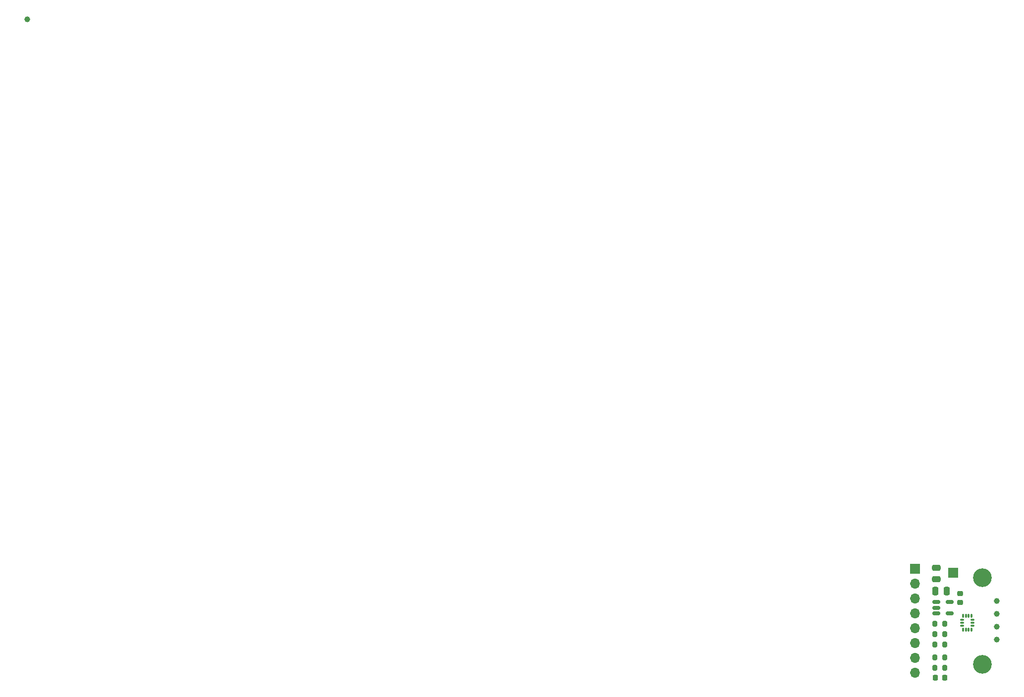
<source format=gbr>
%TF.GenerationSoftware,KiCad,Pcbnew,9.0.0*%
%TF.CreationDate,2025-04-11T10:11:51-04:00*%
%TF.ProjectId,lsm6dso_breakout,6c736d36-6473-46f5-9f62-7265616b6f75,rev?*%
%TF.SameCoordinates,Original*%
%TF.FileFunction,Soldermask,Top*%
%TF.FilePolarity,Negative*%
%FSLAX46Y46*%
G04 Gerber Fmt 4.6, Leading zero omitted, Abs format (unit mm)*
G04 Created by KiCad (PCBNEW 9.0.0) date 2025-04-11 10:11:51*
%MOMM*%
%LPD*%
G01*
G04 APERTURE LIST*
G04 Aperture macros list*
%AMRoundRect*
0 Rectangle with rounded corners*
0 $1 Rounding radius*
0 $2 $3 $4 $5 $6 $7 $8 $9 X,Y pos of 4 corners*
0 Add a 4 corners polygon primitive as box body*
4,1,4,$2,$3,$4,$5,$6,$7,$8,$9,$2,$3,0*
0 Add four circle primitives for the rounded corners*
1,1,$1+$1,$2,$3*
1,1,$1+$1,$4,$5*
1,1,$1+$1,$6,$7*
1,1,$1+$1,$8,$9*
0 Add four rect primitives between the rounded corners*
20,1,$1+$1,$2,$3,$4,$5,0*
20,1,$1+$1,$4,$5,$6,$7,0*
20,1,$1+$1,$6,$7,$8,$9,0*
20,1,$1+$1,$8,$9,$2,$3,0*%
G04 Aperture macros list end*
%ADD10RoundRect,0.200000X-0.200000X-0.275000X0.200000X-0.275000X0.200000X0.275000X-0.200000X0.275000X0*%
%ADD11RoundRect,0.200000X0.200000X0.275000X-0.200000X0.275000X-0.200000X-0.275000X0.200000X-0.275000X0*%
%ADD12R,1.700000X1.700000*%
%ADD13O,1.700000X1.700000*%
%ADD14C,1.000000*%
%ADD15C,3.200000*%
%ADD16RoundRect,0.250000X0.250000X0.475000X-0.250000X0.475000X-0.250000X-0.475000X0.250000X-0.475000X0*%
%ADD17RoundRect,0.218750X-0.218750X-0.256250X0.218750X-0.256250X0.218750X0.256250X-0.218750X0.256250X0*%
%ADD18RoundRect,0.087500X0.087500X-0.225000X0.087500X0.225000X-0.087500X0.225000X-0.087500X-0.225000X0*%
%ADD19RoundRect,0.087500X0.225000X-0.087500X0.225000X0.087500X-0.225000X0.087500X-0.225000X-0.087500X0*%
%ADD20RoundRect,0.225000X-0.250000X0.225000X-0.250000X-0.225000X0.250000X-0.225000X0.250000X0.225000X0*%
%ADD21RoundRect,0.150000X-0.512500X-0.150000X0.512500X-0.150000X0.512500X0.150000X-0.512500X0.150000X0*%
%ADD22RoundRect,0.250000X-0.475000X0.250000X-0.475000X-0.250000X0.475000X-0.250000X0.475000X0.250000X0*%
G04 APERTURE END LIST*
D10*
%TO.C,R4*%
X157778680Y-110078680D03*
X156128680Y-110078680D03*
%TD*%
D11*
%TO.C,R1*%
X156128680Y-106178680D03*
X157778680Y-106178680D03*
%TD*%
D12*
%TO.C,J2*%
X159278680Y-95678680D03*
%TD*%
%TO.C,J1*%
X152778680Y-94978680D03*
D13*
X152778680Y-97518680D03*
X152778680Y-100058680D03*
X152778680Y-102598680D03*
X152778680Y-105138680D03*
X152778680Y-107678680D03*
X152778680Y-110218680D03*
X152778680Y-112758680D03*
%TD*%
D14*
%TO.C,TP6*%
X166678680Y-100478680D03*
%TD*%
D11*
%TO.C,R2*%
X157803680Y-104378680D03*
X156153680Y-104378680D03*
%TD*%
D15*
%TO.C,H1*%
X164278680Y-96478680D03*
%TD*%
D16*
%TO.C,C2*%
X158128680Y-98778680D03*
X156228680Y-98778680D03*
%TD*%
D17*
%TO.C,D1*%
X156203680Y-113578680D03*
X157778680Y-113578680D03*
%TD*%
D18*
%TO.C,U1*%
X160916180Y-105341180D03*
X161416180Y-105341180D03*
X161916180Y-105341180D03*
X162416180Y-105341180D03*
D19*
X162578680Y-104678680D03*
X162578680Y-104178680D03*
X162578680Y-103678680D03*
D18*
X162416180Y-103016180D03*
X161916180Y-103016180D03*
X161416180Y-103016180D03*
X160916180Y-103016180D03*
D19*
X160753680Y-103678680D03*
X160753680Y-104178680D03*
X160753680Y-104678680D03*
%TD*%
D10*
%TO.C,R3*%
X156128680Y-107878680D03*
X157778680Y-107878680D03*
%TD*%
%TO.C,R5*%
X156128680Y-111878680D03*
X157778680Y-111878680D03*
%TD*%
D15*
%TO.C,H2*%
X164278680Y-111278680D03*
%TD*%
D14*
%TO.C,TP1*%
X1025000Y-1025000D03*
%TD*%
%TO.C,TP7*%
X166678680Y-102678680D03*
%TD*%
%TO.C,TP8*%
X166678680Y-104878680D03*
%TD*%
D20*
%TO.C,C3*%
X160478680Y-99203680D03*
X160478680Y-100753680D03*
%TD*%
D21*
%TO.C,U2*%
X156378680Y-100678680D03*
X156378680Y-101628680D03*
X156378680Y-102578680D03*
X158653680Y-102578680D03*
X158653680Y-100678680D03*
%TD*%
D22*
%TO.C,C1*%
X156378680Y-94828680D03*
X156378680Y-96728680D03*
%TD*%
D14*
%TO.C,TP5*%
X166678680Y-107078680D03*
%TD*%
M02*

</source>
